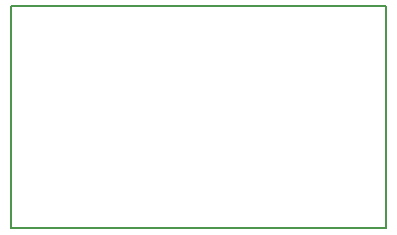
<source format=gm1>
G04 MADE WITH FRITZING*
G04 WWW.FRITZING.ORG*
G04 DOUBLE SIDED*
G04 HOLES PLATED*
G04 CONTOUR ON CENTER OF CONTOUR VECTOR*
%ASAXBY*%
%FSLAX23Y23*%
%MOIN*%
%OFA0B0*%
%SFA1.0B1.0*%
%ADD10R,1.259840X0.748031*%
%ADD11C,0.008000*%
%ADD10C,0.008*%
%LNCONTOUR*%
G90*
G70*
G54D10*
G54D11*
X4Y744D02*
X1256Y744D01*
X1256Y4D01*
X4Y4D01*
X4Y744D01*
D02*
G04 End of contour*
M02*
</source>
